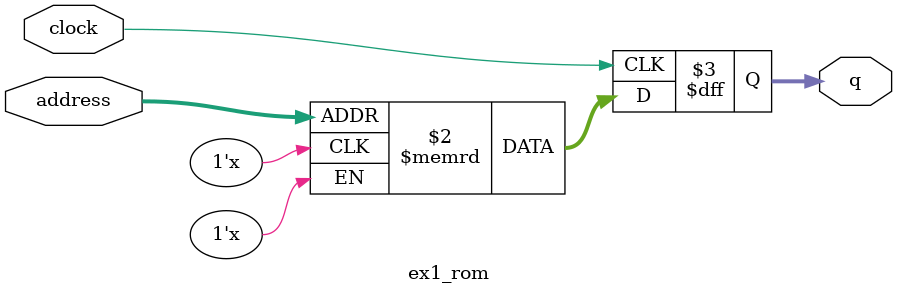
<source format=sv>
module ex1_rom (
	input logic clock,
	input logic [9:0] address,
	output logic [3:0] q
);

logic [3:0] memory [0:1023] /* synthesis ram_init_file = "./ex1/ex1.mif" */;

always_ff @ (posedge clock) begin
	q <= memory[address];
end

endmodule

</source>
